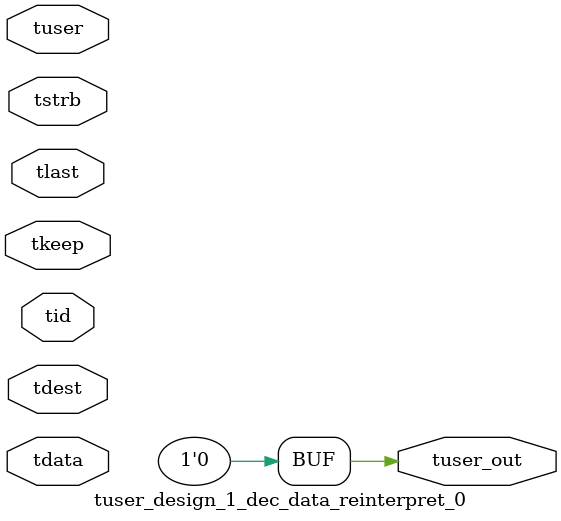
<source format=v>


`timescale 1ps/1ps

module tuser_design_1_dec_data_reinterpret_0 #
(
parameter C_S_AXIS_TUSER_WIDTH = 1,
parameter C_S_AXIS_TDATA_WIDTH = 32,
parameter C_S_AXIS_TID_WIDTH   = 0,
parameter C_S_AXIS_TDEST_WIDTH = 0,
parameter C_M_AXIS_TUSER_WIDTH = 1
)
(
input  [(C_S_AXIS_TUSER_WIDTH == 0 ? 1 : C_S_AXIS_TUSER_WIDTH)-1:0     ] tuser,
input  [(C_S_AXIS_TDATA_WIDTH == 0 ? 1 : C_S_AXIS_TDATA_WIDTH)-1:0     ] tdata,
input  [(C_S_AXIS_TID_WIDTH   == 0 ? 1 : C_S_AXIS_TID_WIDTH)-1:0       ] tid,
input  [(C_S_AXIS_TDEST_WIDTH == 0 ? 1 : C_S_AXIS_TDEST_WIDTH)-1:0     ] tdest,
input  [(C_S_AXIS_TDATA_WIDTH/8)-1:0 ] tkeep,
input  [(C_S_AXIS_TDATA_WIDTH/8)-1:0 ] tstrb,
input                                                                    tlast,
output [C_M_AXIS_TUSER_WIDTH-1:0] tuser_out
);

assign tuser_out = {1'b0};

endmodule


</source>
